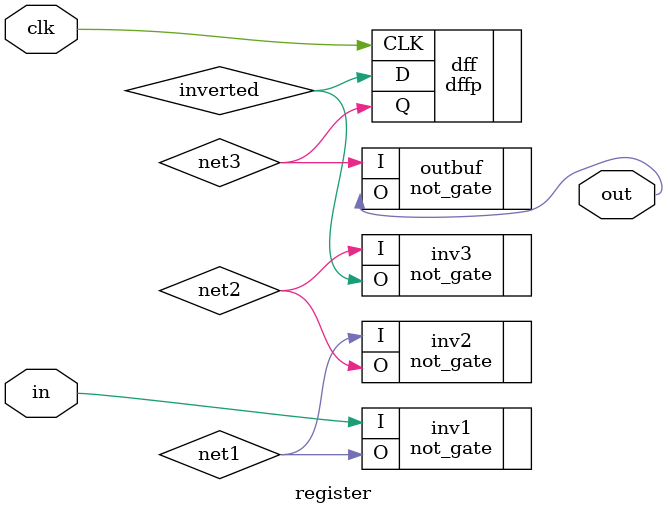
<source format=v>
module register(clk, in, out);
  input clk;
  input in;
  output out;
  not_gate inv1 (
    .I(in),
    .O(net1)
  );
  not_gate inv2 (
    .I(net1),
    .O(net2)
  );
  not_gate inv3 (
    .I(net2),
    .O(inverted)
  );
  dffp dff (
    .CLK(clk),
    .D(inverted),
    .Q(net3)
  );
  not_gate outbuf (
    .I(net3),
    .O(out)
  );
endmodule

</source>
